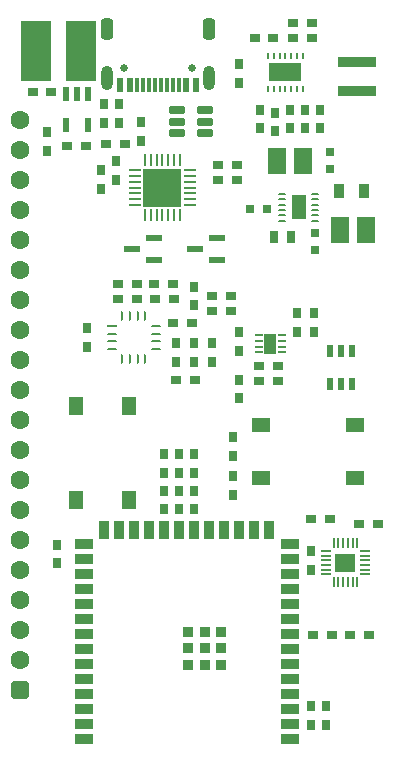
<source format=gbr>
G04*
G04 #@! TF.GenerationSoftware,Altium Limited,Altium Designer,25.2.1 (25)*
G04*
G04 Layer_Color=255*
%FSLAX25Y25*%
%MOIN*%
G70*
G04*
G04 #@! TF.SameCoordinates,6E7B483F-BFF1-4FB3-8246-CE29AB42D2EF*
G04*
G04*
G04 #@! TF.FilePolarity,Positive*
G04*
G01*
G75*
%ADD17R,0.03150X0.03799*%
%ADD18R,0.03799X0.03150*%
%ADD19R,0.02756X0.02756*%
G04:AMPARAMS|DCode=20|XSize=23.62mil|YSize=7.87mil|CornerRadius=3.94mil|HoleSize=0mil|Usage=FLASHONLY|Rotation=0.000|XOffset=0mil|YOffset=0mil|HoleType=Round|Shape=RoundedRectangle|*
%AMROUNDEDRECTD20*
21,1,0.02362,0.00000,0,0,0.0*
21,1,0.01575,0.00787,0,0,0.0*
1,1,0.00787,0.00787,0.00000*
1,1,0.00787,-0.00787,0.00000*
1,1,0.00787,-0.00787,0.00000*
1,1,0.00787,0.00787,0.00000*
%
%ADD20ROUNDEDRECTD20*%
%ADD21R,0.03150X0.03937*%
%ADD22R,0.06122X0.09080*%
%ADD23O,0.00945X0.02362*%
%ADD24R,0.02800X0.01100*%
%ADD25R,0.03900X0.06700*%
%ADD26R,0.06100X0.05100*%
%ADD27R,0.02362X0.03937*%
%ADD28R,0.03765X0.04749*%
%ADD29R,0.05600X0.02200*%
%ADD30R,0.01063X0.03898*%
%ADD31R,0.03898X0.01063*%
%ADD33R,0.05100X0.06100*%
G04:AMPARAMS|DCode=34|XSize=31.88mil|YSize=9.55mil|CornerRadius=4.77mil|HoleSize=0mil|Usage=FLASHONLY|Rotation=0.000|XOffset=0mil|YOffset=0mil|HoleType=Round|Shape=RoundedRectangle|*
%AMROUNDEDRECTD34*
21,1,0.03188,0.00000,0,0,0.0*
21,1,0.02233,0.00955,0,0,0.0*
1,1,0.00955,0.01116,0.00000*
1,1,0.00955,-0.01116,0.00000*
1,1,0.00955,-0.01116,0.00000*
1,1,0.00955,0.01116,0.00000*
%
%ADD34ROUNDEDRECTD34*%
G04:AMPARAMS|DCode=35|XSize=9.55mil|YSize=31.88mil|CornerRadius=4.77mil|HoleSize=0mil|Usage=FLASHONLY|Rotation=0.000|XOffset=0mil|YOffset=0mil|HoleType=Round|Shape=RoundedRectangle|*
%AMROUNDEDRECTD35*
21,1,0.00955,0.02233,0,0,0.0*
21,1,0.00000,0.03188,0,0,0.0*
1,1,0.00955,0.00000,-0.01116*
1,1,0.00955,0.00000,-0.01116*
1,1,0.00955,0.00000,0.01116*
1,1,0.00955,0.00000,0.01116*
%
%ADD35ROUNDEDRECTD35*%
%ADD36R,0.03188X0.00955*%
%ADD37O,0.03543X0.00787*%
%ADD38O,0.00787X0.03543*%
%ADD39R,0.06693X0.06063*%
%ADD40R,0.05906X0.03543*%
%ADD41R,0.03543X0.05906*%
%ADD42R,0.03543X0.03543*%
%ADD43R,0.02756X0.02756*%
G04:AMPARAMS|DCode=44|XSize=53.54mil|YSize=23.62mil|CornerRadius=2.95mil|HoleSize=0mil|Usage=FLASHONLY|Rotation=180.000|XOffset=0mil|YOffset=0mil|HoleType=Round|Shape=RoundedRectangle|*
%AMROUNDEDRECTD44*
21,1,0.05354,0.01772,0,0,180.0*
21,1,0.04764,0.02362,0,0,180.0*
1,1,0.00591,-0.02382,0.00886*
1,1,0.00591,0.02382,0.00886*
1,1,0.00591,0.02382,-0.00886*
1,1,0.00591,-0.02382,-0.00886*
%
%ADD44ROUNDEDRECTD44*%
%ADD45R,0.01181X0.04528*%
%ADD46R,0.02362X0.04528*%
%ADD47R,0.02200X0.05000*%
%ADD48R,0.12800X0.03400*%
%ADD49R,0.10000X0.20000*%
%ADD52R,0.04764X0.07953*%
%ADD55R,0.12795X0.12795*%
%ADD73R,0.11024X0.05906*%
%ADD77C,0.06299*%
G04:AMPARAMS|DCode=78|XSize=62.99mil|YSize=62.99mil|CornerRadius=15.75mil|HoleSize=0mil|Usage=FLASHONLY|Rotation=90.000|XOffset=0mil|YOffset=0mil|HoleType=Round|Shape=RoundedRectangle|*
%AMROUNDEDRECTD78*
21,1,0.06299,0.03150,0,0,90.0*
21,1,0.03150,0.06299,0,0,90.0*
1,1,0.03150,0.01575,0.01575*
1,1,0.03150,0.01575,-0.01575*
1,1,0.03150,-0.01575,-0.01575*
1,1,0.03150,-0.01575,0.01575*
%
%ADD78ROUNDEDRECTD78*%
G04:AMPARAMS|DCode=79|XSize=70.87mil|YSize=39.37mil|CornerRadius=9.84mil|HoleSize=0mil|Usage=FLASHONLY|Rotation=270.000|XOffset=0mil|YOffset=0mil|HoleType=Round|Shape=RoundedRectangle|*
%AMROUNDEDRECTD79*
21,1,0.07087,0.01968,0,0,270.0*
21,1,0.05118,0.03937,0,0,270.0*
1,1,0.01968,-0.00984,-0.02559*
1,1,0.01968,-0.00984,0.02559*
1,1,0.01968,0.00984,0.02559*
1,1,0.01968,0.00984,-0.02559*
%
%ADD79ROUNDEDRECTD79*%
%ADD80O,0.03937X0.08268*%
%ADD81C,0.02559*%
D17*
X-4000Y12799D02*
D03*
Y6500D02*
D03*
X2000Y12799D02*
D03*
Y6500D02*
D03*
X8000Y12799D02*
D03*
Y6500D02*
D03*
X17000Y16299D02*
D03*
Y10000D02*
D03*
Y105799D02*
D03*
Y99500D02*
D03*
X42000Y22799D02*
D03*
Y16500D02*
D03*
X2000Y-24201D02*
D03*
Y-30500D02*
D03*
X-3000Y-24201D02*
D03*
Y-30500D02*
D03*
X-8000Y-24201D02*
D03*
Y-30500D02*
D03*
X-47000Y83000D02*
D03*
Y76701D02*
D03*
X36500Y22799D02*
D03*
Y16500D02*
D03*
X17000Y500D02*
D03*
Y-5799D02*
D03*
X-8000Y-36500D02*
D03*
Y-42799D02*
D03*
X-33500Y17799D02*
D03*
Y11500D02*
D03*
X15000Y-31701D02*
D03*
Y-38000D02*
D03*
X39000Y90500D02*
D03*
Y84201D02*
D03*
X44000Y90500D02*
D03*
Y84201D02*
D03*
X-28000Y92299D02*
D03*
Y86000D02*
D03*
X-24000Y67000D02*
D03*
Y73299D02*
D03*
X-29000Y70299D02*
D03*
Y64000D02*
D03*
X2000Y31500D02*
D03*
Y25201D02*
D03*
X41000Y-56701D02*
D03*
Y-63000D02*
D03*
Y-108201D02*
D03*
Y-114500D02*
D03*
X46000Y-108201D02*
D03*
Y-114500D02*
D03*
X15000Y-18701D02*
D03*
Y-25000D02*
D03*
X34000Y90500D02*
D03*
Y84201D02*
D03*
X24000Y90500D02*
D03*
Y84201D02*
D03*
X-43500Y-54500D02*
D03*
Y-60799D02*
D03*
X-23000Y92299D02*
D03*
Y86000D02*
D03*
X-3000Y-36500D02*
D03*
Y-42799D02*
D03*
X-15500Y80000D02*
D03*
Y86299D02*
D03*
X2000Y-36500D02*
D03*
Y-42799D02*
D03*
X29000Y89500D02*
D03*
Y83201D02*
D03*
D18*
X-4000Y500D02*
D03*
X2299D02*
D03*
X-5000Y19500D02*
D03*
X1299D02*
D03*
X8000Y23500D02*
D03*
X14299D02*
D03*
X-27299Y79000D02*
D03*
X-21000D02*
D03*
X10000Y72000D02*
D03*
X16299D02*
D03*
X10000Y67000D02*
D03*
X16299D02*
D03*
X22201Y114500D02*
D03*
X28500D02*
D03*
X35000Y119500D02*
D03*
X41299D02*
D03*
X35000Y114500D02*
D03*
X41299D02*
D03*
X-23299Y27500D02*
D03*
X-17000D02*
D03*
X23701Y5000D02*
D03*
X30000D02*
D03*
X23701Y0D02*
D03*
X30000D02*
D03*
X-51799Y96500D02*
D03*
X-45500D02*
D03*
X-23299Y32500D02*
D03*
X-17000D02*
D03*
X41000Y-46000D02*
D03*
X47299D02*
D03*
X-40299Y78500D02*
D03*
X-34000D02*
D03*
X54000Y-84500D02*
D03*
X60299D02*
D03*
X41701D02*
D03*
X48000D02*
D03*
X-11299Y32500D02*
D03*
X-5000D02*
D03*
X-11000Y27500D02*
D03*
X-4701D02*
D03*
X8000Y28500D02*
D03*
X14299D02*
D03*
X57000Y-47500D02*
D03*
X63299D02*
D03*
D19*
X47500Y76256D02*
D03*
Y70744D02*
D03*
X42500Y49256D02*
D03*
Y43744D02*
D03*
D20*
Y58815D02*
D03*
Y60587D02*
D03*
Y57043D02*
D03*
Y62358D02*
D03*
Y55272D02*
D03*
Y53500D02*
D03*
X31476Y60587D02*
D03*
Y62358D02*
D03*
Y58815D02*
D03*
Y53500D02*
D03*
Y57043D02*
D03*
Y55272D02*
D03*
D21*
X34453Y48000D02*
D03*
X28547D02*
D03*
D22*
X38432Y73500D02*
D03*
X29568D02*
D03*
X59432Y50500D02*
D03*
X50568D02*
D03*
D23*
X38405Y108512D02*
D03*
X30531D02*
D03*
X34468D02*
D03*
X36437D02*
D03*
X32500D02*
D03*
X38405Y97488D02*
D03*
X30531D02*
D03*
X34468D02*
D03*
X36437D02*
D03*
X32500D02*
D03*
X26594Y108512D02*
D03*
X28563D02*
D03*
Y97488D02*
D03*
X26594D02*
D03*
D24*
X31450Y11515D02*
D03*
Y13485D02*
D03*
Y15453D02*
D03*
Y9546D02*
D03*
X23550Y11515D02*
D03*
Y13485D02*
D03*
Y15453D02*
D03*
Y9546D02*
D03*
D25*
X27500Y12500D02*
D03*
D26*
X55650Y-32358D02*
D03*
Y-14642D02*
D03*
X24350D02*
D03*
Y-32358D02*
D03*
D27*
X54740Y9913D02*
D03*
Y-913D02*
D03*
X47260Y9913D02*
D03*
X51000D02*
D03*
Y-913D02*
D03*
X47260D02*
D03*
D28*
X58535Y63500D02*
D03*
X50465D02*
D03*
D29*
X9800Y47750D02*
D03*
Y40250D02*
D03*
X2200Y44000D02*
D03*
X-11200Y47750D02*
D03*
Y40250D02*
D03*
X-18800Y44000D02*
D03*
D30*
X-2595Y73791D02*
D03*
X-4563D02*
D03*
X-6532D02*
D03*
X-8500D02*
D03*
X-10469D02*
D03*
X-12437D02*
D03*
X-14405D02*
D03*
Y55209D02*
D03*
X-12437D02*
D03*
X-10469D02*
D03*
X-8500D02*
D03*
X-6532D02*
D03*
X-4563D02*
D03*
X-2595D02*
D03*
D31*
X-17791Y70406D02*
D03*
Y68437D02*
D03*
Y66469D02*
D03*
Y64500D02*
D03*
Y62532D02*
D03*
Y60563D02*
D03*
Y58595D02*
D03*
X791D02*
D03*
Y60563D02*
D03*
Y62532D02*
D03*
Y64500D02*
D03*
Y66469D02*
D03*
Y68437D02*
D03*
Y70406D02*
D03*
D33*
X-19642Y-8350D02*
D03*
X-37358D02*
D03*
X-19642Y-39650D02*
D03*
X-37358D02*
D03*
D34*
X-10712Y18339D02*
D03*
Y13220D02*
D03*
Y15779D02*
D03*
Y10661D02*
D03*
X-25288D02*
D03*
Y13220D02*
D03*
Y15779D02*
D03*
D35*
X-19279Y21788D02*
D03*
X-16721D02*
D03*
X-21839D02*
D03*
X-14161D02*
D03*
X-16721Y7212D02*
D03*
X-19279D02*
D03*
X-14161D02*
D03*
X-21839D02*
D03*
D36*
X-25288Y18339D02*
D03*
D37*
X58925Y-58138D02*
D03*
Y-56563D02*
D03*
Y-61287D02*
D03*
Y-62862D02*
D03*
Y-59713D02*
D03*
Y-64437D02*
D03*
X46075Y-62862D02*
D03*
Y-56563D02*
D03*
Y-59713D02*
D03*
Y-61287D02*
D03*
Y-58138D02*
D03*
Y-64437D02*
D03*
D38*
X53287Y-54075D02*
D03*
X54862D02*
D03*
X51713D02*
D03*
X56437D02*
D03*
X53287Y-66925D02*
D03*
X51713D02*
D03*
X56437D02*
D03*
X54862D02*
D03*
X48563Y-54075D02*
D03*
X50138D02*
D03*
X48563Y-66925D02*
D03*
X50138D02*
D03*
D39*
X52500Y-60500D02*
D03*
D40*
X34095Y-54469D02*
D03*
Y-59469D02*
D03*
Y-79469D02*
D03*
Y-74468D02*
D03*
Y-84469D02*
D03*
Y-64468D02*
D03*
Y-69468D02*
D03*
Y-109468D02*
D03*
Y-104469D02*
D03*
Y-94468D02*
D03*
Y-99468D02*
D03*
Y-114469D02*
D03*
Y-119468D02*
D03*
Y-89468D02*
D03*
X-34803Y-64468D02*
D03*
Y-69468D02*
D03*
Y-54469D02*
D03*
Y-59469D02*
D03*
Y-84469D02*
D03*
Y-89468D02*
D03*
Y-74468D02*
D03*
Y-79469D02*
D03*
Y-119468D02*
D03*
Y-104469D02*
D03*
Y-99468D02*
D03*
Y-94468D02*
D03*
Y-109468D02*
D03*
Y-114469D02*
D03*
D41*
X27146Y-49547D02*
D03*
X17146D02*
D03*
X12146D02*
D03*
X22146D02*
D03*
X2146D02*
D03*
X7146D02*
D03*
X-17854D02*
D03*
X-22854D02*
D03*
X-12854D02*
D03*
X-27854D02*
D03*
X-7854D02*
D03*
X-2854D02*
D03*
D42*
X5551Y-83563D02*
D03*
X11063D02*
D03*
X39D02*
D03*
Y-89075D02*
D03*
X11063D02*
D03*
X5551D02*
D03*
X39Y-94587D02*
D03*
X5551D02*
D03*
X11063D02*
D03*
D43*
X26256Y57500D02*
D03*
X20744D02*
D03*
D44*
X5626Y86500D02*
D03*
Y90240D02*
D03*
Y82760D02*
D03*
X-3626D02*
D03*
Y90240D02*
D03*
Y86500D02*
D03*
D45*
X-12953Y98779D02*
D03*
X-9016D02*
D03*
X-10984D02*
D03*
X-5079D02*
D03*
X-7047D02*
D03*
X-3110D02*
D03*
X-16890D02*
D03*
X-14921D02*
D03*
D46*
X2598D02*
D03*
X-551D02*
D03*
X-19449D02*
D03*
X-22598D02*
D03*
D47*
X-33300Y95600D02*
D03*
Y85400D02*
D03*
X-40700Y95600D02*
D03*
X-37000D02*
D03*
X-40700Y85400D02*
D03*
D48*
X56500Y96700D02*
D03*
Y106300D02*
D03*
D49*
X-35500Y110000D02*
D03*
X-50500D02*
D03*
D52*
X36988Y57929D02*
D03*
D55*
X-8500Y64500D02*
D03*
D73*
X32500Y103000D02*
D03*
D77*
X-56000Y-3000D02*
D03*
Y-13000D02*
D03*
Y7000D02*
D03*
Y-43000D02*
D03*
Y-33000D02*
D03*
Y17000D02*
D03*
Y57000D02*
D03*
Y-93000D02*
D03*
Y-83000D02*
D03*
Y-63000D02*
D03*
Y-53000D02*
D03*
Y-73000D02*
D03*
Y27000D02*
D03*
Y37000D02*
D03*
Y77000D02*
D03*
Y87000D02*
D03*
Y47000D02*
D03*
Y67000D02*
D03*
Y-23000D02*
D03*
D78*
Y-103000D02*
D03*
D79*
X7008Y117500D02*
D03*
X-27008D02*
D03*
D80*
X7008Y101043D02*
D03*
X-27008D02*
D03*
D81*
X1378Y104512D02*
D03*
X-21378D02*
D03*
M02*

</source>
